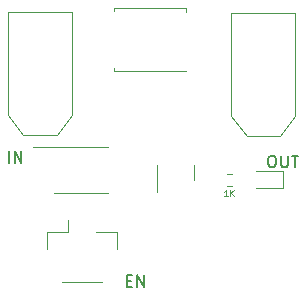
<source format=gbr>
%TF.GenerationSoftware,KiCad,Pcbnew,(6.0.1)*%
%TF.CreationDate,2023-03-26T21:04:12+08:00*%
%TF.ProjectId,Solenoid valve,536f6c65-6e6f-4696-9420-76616c76652e,rev?*%
%TF.SameCoordinates,Original*%
%TF.FileFunction,Legend,Top*%
%TF.FilePolarity,Positive*%
%FSLAX46Y46*%
G04 Gerber Fmt 4.6, Leading zero omitted, Abs format (unit mm)*
G04 Created by KiCad (PCBNEW (6.0.1)) date 2023-03-26 21:04:12*
%MOMM*%
%LPD*%
G01*
G04 APERTURE LIST*
%ADD10C,0.150000*%
%ADD11C,0.100000*%
%ADD12C,0.120000*%
G04 APERTURE END LIST*
D10*
X1587190Y11004620D02*
X1587190Y12004620D01*
X2063380Y11004620D02*
X2063380Y12004620D01*
X2634809Y11004620D01*
X2634809Y12004620D01*
D11*
X20103857Y8180810D02*
X19818142Y8180810D01*
X19961000Y8180810D02*
X19961000Y8680810D01*
X19913380Y8609381D01*
X19865761Y8561762D01*
X19818142Y8537953D01*
X20318142Y8180810D02*
X20318142Y8680810D01*
X20603857Y8180810D02*
X20389571Y8466524D01*
X20603857Y8680810D02*
X20318142Y8395096D01*
D10*
X23761000Y11604620D02*
X23951476Y11604620D01*
X24046714Y11557000D01*
X24141952Y11461762D01*
X24189571Y11271286D01*
X24189571Y10937953D01*
X24141952Y10747477D01*
X24046714Y10652239D01*
X23951476Y10604620D01*
X23761000Y10604620D01*
X23665761Y10652239D01*
X23570523Y10747477D01*
X23522904Y10937953D01*
X23522904Y11271286D01*
X23570523Y11461762D01*
X23665761Y11557000D01*
X23761000Y11604620D01*
X24618142Y11604620D02*
X24618142Y10795096D01*
X24665761Y10699858D01*
X24713380Y10652239D01*
X24808619Y10604620D01*
X24999095Y10604620D01*
X25094333Y10652239D01*
X25141952Y10699858D01*
X25189571Y10795096D01*
X25189571Y11604620D01*
X25522904Y11604620D02*
X26094333Y11604620D01*
X25808619Y10604620D02*
X25808619Y11604620D01*
X11542904Y988429D02*
X11876238Y988429D01*
X12019095Y464620D02*
X11542904Y464620D01*
X11542904Y1464620D01*
X12019095Y1464620D01*
X12447666Y464620D02*
X12447666Y1464620D01*
X13019095Y464620D01*
X13019095Y1464620D01*
D12*
%TO.C,D1*%
X24761000Y10282000D02*
X22476000Y10282000D01*
X24761000Y8812000D02*
X24761000Y10282000D01*
X22476000Y8812000D02*
X24761000Y8812000D01*
%TO.C,U1*%
X7651000Y12367000D02*
X9926000Y12367000D01*
X7651000Y12367000D02*
X3601000Y12367000D01*
X7651000Y8447000D02*
X9926000Y8447000D01*
X7651000Y8447000D02*
X5376000Y8447000D01*
%TO.C,Q1*%
X17271000Y10167000D02*
X17271000Y9517000D01*
X14151000Y10167000D02*
X14151000Y8492000D01*
X17271000Y10167000D02*
X17271000Y10817000D01*
X14151000Y10167000D02*
X14151000Y10817000D01*
%TO.C,J2*%
X21701000Y13217000D02*
X24521000Y13217000D01*
X21701000Y13217000D02*
X20401000Y14917000D01*
X25821000Y14917000D02*
X25821000Y23637000D01*
X20401000Y23637000D02*
X25821000Y23637000D01*
X20401000Y14917000D02*
X20401000Y23637000D01*
X24521000Y13217000D02*
X25821000Y14917000D01*
%TO.C,Q2*%
X10491000Y23822000D02*
X10491000Y24122000D01*
X16611000Y23772000D02*
X16611000Y24122000D01*
X10491000Y18752000D02*
X16611000Y18752000D01*
X10491000Y19052000D02*
X10491000Y18752000D01*
X10491000Y24122000D02*
X16611000Y24122000D01*
%TO.C,R11*%
X20493258Y9024500D02*
X20018742Y9024500D01*
X20493258Y10069500D02*
X20018742Y10069500D01*
%TO.C,J3*%
X2801000Y13367000D02*
X1501000Y15067000D01*
X6921000Y15067000D02*
X6921000Y23787000D01*
X2801000Y13367000D02*
X5621000Y13367000D01*
X1501000Y15067000D02*
X1501000Y23787000D01*
X1501000Y23787000D02*
X6921000Y23787000D01*
X5621000Y13367000D02*
X6921000Y15067000D01*
%TO.C,J1*%
X6566000Y5147000D02*
X6566000Y6137000D01*
X10736000Y3697000D02*
X10736000Y5147000D01*
X6036000Y877000D02*
X9466000Y877000D01*
X4766000Y5147000D02*
X6566000Y5147000D01*
X4766000Y3697000D02*
X4766000Y5147000D01*
X10736000Y5147000D02*
X8936000Y5147000D01*
%TD*%
M02*

</source>
